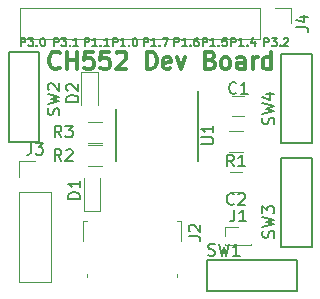
<source format=gbr>
G04 #@! TF.GenerationSoftware,KiCad,Pcbnew,5.0.1*
G04 #@! TF.CreationDate,2019-03-05T21:59:43-06:00*
G04 #@! TF.ProjectId,CH552Devboard,4348353532446576626F6172642E6B69,rev?*
G04 #@! TF.SameCoordinates,Original*
G04 #@! TF.FileFunction,Legend,Top*
G04 #@! TF.FilePolarity,Positive*
%FSLAX46Y46*%
G04 Gerber Fmt 4.6, Leading zero omitted, Abs format (unit mm)*
G04 Created by KiCad (PCBNEW 5.0.1) date Tue 05 Mar 2019 09:59:43 PM CST*
%MOMM*%
%LPD*%
G01*
G04 APERTURE LIST*
%ADD10C,0.300000*%
%ADD11C,0.175000*%
%ADD12C,0.120000*%
%ADD13C,0.150000*%
G04 APERTURE END LIST*
D10*
X160272619Y-103735714D02*
X160203571Y-103807142D01*
X159996428Y-103878571D01*
X159858333Y-103878571D01*
X159651190Y-103807142D01*
X159513095Y-103664285D01*
X159444047Y-103521428D01*
X159375000Y-103235714D01*
X159375000Y-103021428D01*
X159444047Y-102735714D01*
X159513095Y-102592857D01*
X159651190Y-102450000D01*
X159858333Y-102378571D01*
X159996428Y-102378571D01*
X160203571Y-102450000D01*
X160272619Y-102521428D01*
X160894047Y-103878571D02*
X160894047Y-102378571D01*
X160894047Y-103092857D02*
X161722619Y-103092857D01*
X161722619Y-103878571D02*
X161722619Y-102378571D01*
X163103571Y-102378571D02*
X162413095Y-102378571D01*
X162344047Y-103092857D01*
X162413095Y-103021428D01*
X162551190Y-102950000D01*
X162896428Y-102950000D01*
X163034523Y-103021428D01*
X163103571Y-103092857D01*
X163172619Y-103235714D01*
X163172619Y-103592857D01*
X163103571Y-103735714D01*
X163034523Y-103807142D01*
X162896428Y-103878571D01*
X162551190Y-103878571D01*
X162413095Y-103807142D01*
X162344047Y-103735714D01*
X164484523Y-102378571D02*
X163794047Y-102378571D01*
X163725000Y-103092857D01*
X163794047Y-103021428D01*
X163932142Y-102950000D01*
X164277380Y-102950000D01*
X164415476Y-103021428D01*
X164484523Y-103092857D01*
X164553571Y-103235714D01*
X164553571Y-103592857D01*
X164484523Y-103735714D01*
X164415476Y-103807142D01*
X164277380Y-103878571D01*
X163932142Y-103878571D01*
X163794047Y-103807142D01*
X163725000Y-103735714D01*
X165105952Y-102521428D02*
X165175000Y-102450000D01*
X165313095Y-102378571D01*
X165658333Y-102378571D01*
X165796428Y-102450000D01*
X165865476Y-102521428D01*
X165934523Y-102664285D01*
X165934523Y-102807142D01*
X165865476Y-103021428D01*
X165036904Y-103878571D01*
X165934523Y-103878571D01*
X167660714Y-103878571D02*
X167660714Y-102378571D01*
X168005952Y-102378571D01*
X168213095Y-102450000D01*
X168351190Y-102592857D01*
X168420238Y-102735714D01*
X168489285Y-103021428D01*
X168489285Y-103235714D01*
X168420238Y-103521428D01*
X168351190Y-103664285D01*
X168213095Y-103807142D01*
X168005952Y-103878571D01*
X167660714Y-103878571D01*
X169663095Y-103807142D02*
X169525000Y-103878571D01*
X169248809Y-103878571D01*
X169110714Y-103807142D01*
X169041666Y-103664285D01*
X169041666Y-103092857D01*
X169110714Y-102950000D01*
X169248809Y-102878571D01*
X169525000Y-102878571D01*
X169663095Y-102950000D01*
X169732142Y-103092857D01*
X169732142Y-103235714D01*
X169041666Y-103378571D01*
X170215476Y-102878571D02*
X170560714Y-103878571D01*
X170905952Y-102878571D01*
X173046428Y-103092857D02*
X173253571Y-103164285D01*
X173322619Y-103235714D01*
X173391666Y-103378571D01*
X173391666Y-103592857D01*
X173322619Y-103735714D01*
X173253571Y-103807142D01*
X173115476Y-103878571D01*
X172563095Y-103878571D01*
X172563095Y-102378571D01*
X173046428Y-102378571D01*
X173184523Y-102450000D01*
X173253571Y-102521428D01*
X173322619Y-102664285D01*
X173322619Y-102807142D01*
X173253571Y-102950000D01*
X173184523Y-103021428D01*
X173046428Y-103092857D01*
X172563095Y-103092857D01*
X174220238Y-103878571D02*
X174082142Y-103807142D01*
X174013095Y-103735714D01*
X173944047Y-103592857D01*
X173944047Y-103164285D01*
X174013095Y-103021428D01*
X174082142Y-102950000D01*
X174220238Y-102878571D01*
X174427380Y-102878571D01*
X174565476Y-102950000D01*
X174634523Y-103021428D01*
X174703571Y-103164285D01*
X174703571Y-103592857D01*
X174634523Y-103735714D01*
X174565476Y-103807142D01*
X174427380Y-103878571D01*
X174220238Y-103878571D01*
X175946428Y-103878571D02*
X175946428Y-103092857D01*
X175877380Y-102950000D01*
X175739285Y-102878571D01*
X175463095Y-102878571D01*
X175325000Y-102950000D01*
X175946428Y-103807142D02*
X175808333Y-103878571D01*
X175463095Y-103878571D01*
X175325000Y-103807142D01*
X175255952Y-103664285D01*
X175255952Y-103521428D01*
X175325000Y-103378571D01*
X175463095Y-103307142D01*
X175808333Y-103307142D01*
X175946428Y-103235714D01*
X176636904Y-103878571D02*
X176636904Y-102878571D01*
X176636904Y-103164285D02*
X176705952Y-103021428D01*
X176775000Y-102950000D01*
X176913095Y-102878571D01*
X177051190Y-102878571D01*
X178155952Y-103878571D02*
X178155952Y-102378571D01*
X178155952Y-103807142D02*
X178017857Y-103878571D01*
X177741666Y-103878571D01*
X177603571Y-103807142D01*
X177534523Y-103735714D01*
X177465476Y-103592857D01*
X177465476Y-103164285D01*
X177534523Y-103021428D01*
X177603571Y-102950000D01*
X177741666Y-102878571D01*
X178017857Y-102878571D01*
X178155952Y-102950000D01*
D11*
X177583333Y-101916666D02*
X177583333Y-101216666D01*
X177850000Y-101216666D01*
X177916666Y-101250000D01*
X177950000Y-101283333D01*
X177983333Y-101350000D01*
X177983333Y-101450000D01*
X177950000Y-101516666D01*
X177916666Y-101550000D01*
X177850000Y-101583333D01*
X177583333Y-101583333D01*
X178216666Y-101216666D02*
X178650000Y-101216666D01*
X178416666Y-101483333D01*
X178516666Y-101483333D01*
X178583333Y-101516666D01*
X178616666Y-101550000D01*
X178650000Y-101616666D01*
X178650000Y-101783333D01*
X178616666Y-101850000D01*
X178583333Y-101883333D01*
X178516666Y-101916666D01*
X178316666Y-101916666D01*
X178250000Y-101883333D01*
X178216666Y-101850000D01*
X178950000Y-101850000D02*
X178983333Y-101883333D01*
X178950000Y-101916666D01*
X178916666Y-101883333D01*
X178950000Y-101850000D01*
X178950000Y-101916666D01*
X179250000Y-101283333D02*
X179283333Y-101250000D01*
X179350000Y-101216666D01*
X179516666Y-101216666D01*
X179583333Y-101250000D01*
X179616666Y-101283333D01*
X179650000Y-101350000D01*
X179650000Y-101416666D01*
X179616666Y-101516666D01*
X179216666Y-101916666D01*
X179650000Y-101916666D01*
X174783333Y-101916666D02*
X174783333Y-101216666D01*
X175050000Y-101216666D01*
X175116666Y-101250000D01*
X175150000Y-101283333D01*
X175183333Y-101350000D01*
X175183333Y-101450000D01*
X175150000Y-101516666D01*
X175116666Y-101550000D01*
X175050000Y-101583333D01*
X174783333Y-101583333D01*
X175850000Y-101916666D02*
X175450000Y-101916666D01*
X175650000Y-101916666D02*
X175650000Y-101216666D01*
X175583333Y-101316666D01*
X175516666Y-101383333D01*
X175450000Y-101416666D01*
X176150000Y-101850000D02*
X176183333Y-101883333D01*
X176150000Y-101916666D01*
X176116666Y-101883333D01*
X176150000Y-101850000D01*
X176150000Y-101916666D01*
X176783333Y-101450000D02*
X176783333Y-101916666D01*
X176616666Y-101183333D02*
X176450000Y-101683333D01*
X176883333Y-101683333D01*
X172383333Y-101916666D02*
X172383333Y-101216666D01*
X172650000Y-101216666D01*
X172716666Y-101250000D01*
X172750000Y-101283333D01*
X172783333Y-101350000D01*
X172783333Y-101450000D01*
X172750000Y-101516666D01*
X172716666Y-101550000D01*
X172650000Y-101583333D01*
X172383333Y-101583333D01*
X173450000Y-101916666D02*
X173050000Y-101916666D01*
X173250000Y-101916666D02*
X173250000Y-101216666D01*
X173183333Y-101316666D01*
X173116666Y-101383333D01*
X173050000Y-101416666D01*
X173750000Y-101850000D02*
X173783333Y-101883333D01*
X173750000Y-101916666D01*
X173716666Y-101883333D01*
X173750000Y-101850000D01*
X173750000Y-101916666D01*
X174416666Y-101216666D02*
X174083333Y-101216666D01*
X174050000Y-101550000D01*
X174083333Y-101516666D01*
X174150000Y-101483333D01*
X174316666Y-101483333D01*
X174383333Y-101516666D01*
X174416666Y-101550000D01*
X174450000Y-101616666D01*
X174450000Y-101783333D01*
X174416666Y-101850000D01*
X174383333Y-101883333D01*
X174316666Y-101916666D01*
X174150000Y-101916666D01*
X174083333Y-101883333D01*
X174050000Y-101850000D01*
X169983333Y-101916666D02*
X169983333Y-101216666D01*
X170250000Y-101216666D01*
X170316666Y-101250000D01*
X170350000Y-101283333D01*
X170383333Y-101350000D01*
X170383333Y-101450000D01*
X170350000Y-101516666D01*
X170316666Y-101550000D01*
X170250000Y-101583333D01*
X169983333Y-101583333D01*
X171050000Y-101916666D02*
X170650000Y-101916666D01*
X170850000Y-101916666D02*
X170850000Y-101216666D01*
X170783333Y-101316666D01*
X170716666Y-101383333D01*
X170650000Y-101416666D01*
X171350000Y-101850000D02*
X171383333Y-101883333D01*
X171350000Y-101916666D01*
X171316666Y-101883333D01*
X171350000Y-101850000D01*
X171350000Y-101916666D01*
X171983333Y-101216666D02*
X171850000Y-101216666D01*
X171783333Y-101250000D01*
X171750000Y-101283333D01*
X171683333Y-101383333D01*
X171650000Y-101516666D01*
X171650000Y-101783333D01*
X171683333Y-101850000D01*
X171716666Y-101883333D01*
X171783333Y-101916666D01*
X171916666Y-101916666D01*
X171983333Y-101883333D01*
X172016666Y-101850000D01*
X172050000Y-101783333D01*
X172050000Y-101616666D01*
X172016666Y-101550000D01*
X171983333Y-101516666D01*
X171916666Y-101483333D01*
X171783333Y-101483333D01*
X171716666Y-101516666D01*
X171683333Y-101550000D01*
X171650000Y-101616666D01*
X167383333Y-101916666D02*
X167383333Y-101216666D01*
X167650000Y-101216666D01*
X167716666Y-101250000D01*
X167750000Y-101283333D01*
X167783333Y-101350000D01*
X167783333Y-101450000D01*
X167750000Y-101516666D01*
X167716666Y-101550000D01*
X167650000Y-101583333D01*
X167383333Y-101583333D01*
X168450000Y-101916666D02*
X168050000Y-101916666D01*
X168250000Y-101916666D02*
X168250000Y-101216666D01*
X168183333Y-101316666D01*
X168116666Y-101383333D01*
X168050000Y-101416666D01*
X168750000Y-101850000D02*
X168783333Y-101883333D01*
X168750000Y-101916666D01*
X168716666Y-101883333D01*
X168750000Y-101850000D01*
X168750000Y-101916666D01*
X169016666Y-101216666D02*
X169483333Y-101216666D01*
X169183333Y-101916666D01*
X164783333Y-101916666D02*
X164783333Y-101216666D01*
X165050000Y-101216666D01*
X165116666Y-101250000D01*
X165150000Y-101283333D01*
X165183333Y-101350000D01*
X165183333Y-101450000D01*
X165150000Y-101516666D01*
X165116666Y-101550000D01*
X165050000Y-101583333D01*
X164783333Y-101583333D01*
X165850000Y-101916666D02*
X165450000Y-101916666D01*
X165650000Y-101916666D02*
X165650000Y-101216666D01*
X165583333Y-101316666D01*
X165516666Y-101383333D01*
X165450000Y-101416666D01*
X166150000Y-101850000D02*
X166183333Y-101883333D01*
X166150000Y-101916666D01*
X166116666Y-101883333D01*
X166150000Y-101850000D01*
X166150000Y-101916666D01*
X166616666Y-101216666D02*
X166683333Y-101216666D01*
X166750000Y-101250000D01*
X166783333Y-101283333D01*
X166816666Y-101350000D01*
X166850000Y-101483333D01*
X166850000Y-101650000D01*
X166816666Y-101783333D01*
X166783333Y-101850000D01*
X166750000Y-101883333D01*
X166683333Y-101916666D01*
X166616666Y-101916666D01*
X166550000Y-101883333D01*
X166516666Y-101850000D01*
X166483333Y-101783333D01*
X166450000Y-101650000D01*
X166450000Y-101483333D01*
X166483333Y-101350000D01*
X166516666Y-101283333D01*
X166550000Y-101250000D01*
X166616666Y-101216666D01*
X162383333Y-101916666D02*
X162383333Y-101216666D01*
X162650000Y-101216666D01*
X162716666Y-101250000D01*
X162750000Y-101283333D01*
X162783333Y-101350000D01*
X162783333Y-101450000D01*
X162750000Y-101516666D01*
X162716666Y-101550000D01*
X162650000Y-101583333D01*
X162383333Y-101583333D01*
X163450000Y-101916666D02*
X163050000Y-101916666D01*
X163250000Y-101916666D02*
X163250000Y-101216666D01*
X163183333Y-101316666D01*
X163116666Y-101383333D01*
X163050000Y-101416666D01*
X163750000Y-101850000D02*
X163783333Y-101883333D01*
X163750000Y-101916666D01*
X163716666Y-101883333D01*
X163750000Y-101850000D01*
X163750000Y-101916666D01*
X164450000Y-101916666D02*
X164050000Y-101916666D01*
X164250000Y-101916666D02*
X164250000Y-101216666D01*
X164183333Y-101316666D01*
X164116666Y-101383333D01*
X164050000Y-101416666D01*
X159783333Y-101916666D02*
X159783333Y-101216666D01*
X160050000Y-101216666D01*
X160116666Y-101250000D01*
X160150000Y-101283333D01*
X160183333Y-101350000D01*
X160183333Y-101450000D01*
X160150000Y-101516666D01*
X160116666Y-101550000D01*
X160050000Y-101583333D01*
X159783333Y-101583333D01*
X160416666Y-101216666D02*
X160850000Y-101216666D01*
X160616666Y-101483333D01*
X160716666Y-101483333D01*
X160783333Y-101516666D01*
X160816666Y-101550000D01*
X160850000Y-101616666D01*
X160850000Y-101783333D01*
X160816666Y-101850000D01*
X160783333Y-101883333D01*
X160716666Y-101916666D01*
X160516666Y-101916666D01*
X160450000Y-101883333D01*
X160416666Y-101850000D01*
X161150000Y-101850000D02*
X161183333Y-101883333D01*
X161150000Y-101916666D01*
X161116666Y-101883333D01*
X161150000Y-101850000D01*
X161150000Y-101916666D01*
X161850000Y-101916666D02*
X161450000Y-101916666D01*
X161650000Y-101916666D02*
X161650000Y-101216666D01*
X161583333Y-101316666D01*
X161516666Y-101383333D01*
X161450000Y-101416666D01*
X156983333Y-101916666D02*
X156983333Y-101216666D01*
X157250000Y-101216666D01*
X157316666Y-101250000D01*
X157350000Y-101283333D01*
X157383333Y-101350000D01*
X157383333Y-101450000D01*
X157350000Y-101516666D01*
X157316666Y-101550000D01*
X157250000Y-101583333D01*
X156983333Y-101583333D01*
X157616666Y-101216666D02*
X158050000Y-101216666D01*
X157816666Y-101483333D01*
X157916666Y-101483333D01*
X157983333Y-101516666D01*
X158016666Y-101550000D01*
X158050000Y-101616666D01*
X158050000Y-101783333D01*
X158016666Y-101850000D01*
X157983333Y-101883333D01*
X157916666Y-101916666D01*
X157716666Y-101916666D01*
X157650000Y-101883333D01*
X157616666Y-101850000D01*
X158350000Y-101850000D02*
X158383333Y-101883333D01*
X158350000Y-101916666D01*
X158316666Y-101883333D01*
X158350000Y-101850000D01*
X158350000Y-101916666D01*
X158816666Y-101216666D02*
X158883333Y-101216666D01*
X158950000Y-101250000D01*
X158983333Y-101283333D01*
X159016666Y-101350000D01*
X159050000Y-101483333D01*
X159050000Y-101650000D01*
X159016666Y-101783333D01*
X158983333Y-101850000D01*
X158950000Y-101883333D01*
X158883333Y-101916666D01*
X158816666Y-101916666D01*
X158750000Y-101883333D01*
X158716666Y-101850000D01*
X158683333Y-101783333D01*
X158650000Y-101650000D01*
X158650000Y-101483333D01*
X158683333Y-101350000D01*
X158716666Y-101283333D01*
X158750000Y-101250000D01*
X158816666Y-101216666D01*
D12*
G04 #@! TO.C,C1*
X175900000Y-106150000D02*
X174900000Y-106150000D01*
X174900000Y-107850000D02*
X175900000Y-107850000D01*
G04 #@! TO.C,C2*
X175700000Y-112550000D02*
X174700000Y-112550000D01*
X174700000Y-114250000D02*
X175700000Y-114250000D01*
G04 #@! TO.C,D1*
X162300000Y-115900000D02*
X163700000Y-115900000D01*
X163700000Y-115900000D02*
X163700000Y-113100000D01*
X162300000Y-115900000D02*
X162300000Y-113100000D01*
G04 #@! TO.C,D2*
X163500000Y-104100000D02*
X163500000Y-106900000D01*
X162100000Y-104100000D02*
X162100000Y-106900000D01*
X163500000Y-104100000D02*
X162100000Y-104100000D01*
G04 #@! TO.C,J1*
X174290000Y-118760000D02*
X176510000Y-118760000D01*
X174290000Y-118760000D02*
X174290000Y-118695000D01*
X176510000Y-118760000D02*
X176510000Y-118695000D01*
X174290000Y-118760000D02*
X174836529Y-118760000D01*
X175963471Y-118760000D02*
X176510000Y-118760000D01*
X174290000Y-118000000D02*
X174290000Y-117240000D01*
X174290000Y-117240000D02*
X175400000Y-117240000D01*
G04 #@! TO.C,J2*
X170560000Y-116690000D02*
X170180000Y-116690000D01*
X170210000Y-121240000D02*
X170210000Y-121500000D01*
X170560000Y-116690000D02*
X170560000Y-118460000D01*
X162240000Y-116690000D02*
X162620000Y-116690000D01*
X162240000Y-118460000D02*
X162240000Y-116690000D01*
X162590000Y-121500000D02*
X162590000Y-121240000D01*
G04 #@! TO.C,J3*
X156870000Y-121930000D02*
X159530000Y-121930000D01*
X156870000Y-114250000D02*
X156870000Y-121930000D01*
X159530000Y-114250000D02*
X159530000Y-121930000D01*
X156870000Y-114250000D02*
X159530000Y-114250000D01*
X156870000Y-112980000D02*
X156870000Y-111650000D01*
X156870000Y-111650000D02*
X158200000Y-111650000D01*
G04 #@! TO.C,R1*
X174600000Y-109120000D02*
X175800000Y-109120000D01*
X175800000Y-110880000D02*
X174600000Y-110880000D01*
D13*
G04 #@! TO.C,SW3*
X179050000Y-118950000D02*
X179050000Y-111450000D01*
X181650000Y-118950000D02*
X181650000Y-111450000D01*
X179050000Y-111350000D02*
X181650000Y-111350000D01*
X181650000Y-111350000D02*
X181650000Y-111650000D01*
X179050000Y-111350000D02*
X179050000Y-111550000D01*
X179050000Y-118950000D02*
X181650000Y-118950000D01*
G04 #@! TO.C,U1*
X165075000Y-107225000D02*
X165075000Y-111675000D01*
X171975000Y-105700000D02*
X171975000Y-111675000D01*
G04 #@! TO.C,SW1*
X172750000Y-120050000D02*
X180250000Y-120050000D01*
X172750000Y-122650000D02*
X180250000Y-122650000D01*
X180350000Y-120050000D02*
X180350000Y-122650000D01*
X180350000Y-122650000D02*
X180050000Y-122650000D01*
X180350000Y-120050000D02*
X180150000Y-120050000D01*
X172750000Y-120050000D02*
X172750000Y-122650000D01*
G04 #@! TO.C,SW2*
X158550000Y-102450000D02*
X155950000Y-102450000D01*
X158550000Y-110050000D02*
X158550000Y-109850000D01*
X155950000Y-110050000D02*
X155950000Y-109750000D01*
X158550000Y-110050000D02*
X155950000Y-110050000D01*
X155950000Y-102450000D02*
X155950000Y-109950000D01*
X158550000Y-102450000D02*
X158550000Y-109950000D01*
G04 #@! TO.C,SW4*
X179050000Y-110150000D02*
X179050000Y-102650000D01*
X181650000Y-110150000D02*
X181650000Y-102650000D01*
X179050000Y-102550000D02*
X181650000Y-102550000D01*
X181650000Y-102550000D02*
X181650000Y-102850000D01*
X179050000Y-102550000D02*
X179050000Y-102750000D01*
X179050000Y-110150000D02*
X181650000Y-110150000D01*
D12*
G04 #@! TO.C,J4*
X156890000Y-98670000D02*
X156890000Y-101330000D01*
X177270000Y-98670000D02*
X156890000Y-98670000D01*
X177270000Y-101330000D02*
X156890000Y-101330000D01*
X177270000Y-98670000D02*
X177270000Y-101330000D01*
X178540000Y-98670000D02*
X179870000Y-98670000D01*
X179870000Y-98670000D02*
X179870000Y-100000000D01*
G04 #@! TO.C,R2*
X163850000Y-112080000D02*
X162650000Y-112080000D01*
X162650000Y-110320000D02*
X163850000Y-110320000D01*
G04 #@! TO.C,R3*
X162650000Y-108320000D02*
X163850000Y-108320000D01*
X163850000Y-110080000D02*
X162650000Y-110080000D01*
G04 #@! TO.C,C1*
D13*
X175233333Y-105857142D02*
X175185714Y-105904761D01*
X175042857Y-105952380D01*
X174947619Y-105952380D01*
X174804761Y-105904761D01*
X174709523Y-105809523D01*
X174661904Y-105714285D01*
X174614285Y-105523809D01*
X174614285Y-105380952D01*
X174661904Y-105190476D01*
X174709523Y-105095238D01*
X174804761Y-105000000D01*
X174947619Y-104952380D01*
X175042857Y-104952380D01*
X175185714Y-105000000D01*
X175233333Y-105047619D01*
X176185714Y-105952380D02*
X175614285Y-105952380D01*
X175900000Y-105952380D02*
X175900000Y-104952380D01*
X175804761Y-105095238D01*
X175709523Y-105190476D01*
X175614285Y-105238095D01*
G04 #@! TO.C,C2*
X175033333Y-115257142D02*
X174985714Y-115304761D01*
X174842857Y-115352380D01*
X174747619Y-115352380D01*
X174604761Y-115304761D01*
X174509523Y-115209523D01*
X174461904Y-115114285D01*
X174414285Y-114923809D01*
X174414285Y-114780952D01*
X174461904Y-114590476D01*
X174509523Y-114495238D01*
X174604761Y-114400000D01*
X174747619Y-114352380D01*
X174842857Y-114352380D01*
X174985714Y-114400000D01*
X175033333Y-114447619D01*
X175414285Y-114447619D02*
X175461904Y-114400000D01*
X175557142Y-114352380D01*
X175795238Y-114352380D01*
X175890476Y-114400000D01*
X175938095Y-114447619D01*
X175985714Y-114542857D01*
X175985714Y-114638095D01*
X175938095Y-114780952D01*
X175366666Y-115352380D01*
X175985714Y-115352380D01*
G04 #@! TO.C,D1*
X162002380Y-114838095D02*
X161002380Y-114838095D01*
X161002380Y-114600000D01*
X161050000Y-114457142D01*
X161145238Y-114361904D01*
X161240476Y-114314285D01*
X161430952Y-114266666D01*
X161573809Y-114266666D01*
X161764285Y-114314285D01*
X161859523Y-114361904D01*
X161954761Y-114457142D01*
X162002380Y-114600000D01*
X162002380Y-114838095D01*
X162002380Y-113314285D02*
X162002380Y-113885714D01*
X162002380Y-113600000D02*
X161002380Y-113600000D01*
X161145238Y-113695238D01*
X161240476Y-113790476D01*
X161288095Y-113885714D01*
G04 #@! TO.C,D2*
X161852380Y-106638095D02*
X160852380Y-106638095D01*
X160852380Y-106400000D01*
X160900000Y-106257142D01*
X160995238Y-106161904D01*
X161090476Y-106114285D01*
X161280952Y-106066666D01*
X161423809Y-106066666D01*
X161614285Y-106114285D01*
X161709523Y-106161904D01*
X161804761Y-106257142D01*
X161852380Y-106400000D01*
X161852380Y-106638095D01*
X160947619Y-105685714D02*
X160900000Y-105638095D01*
X160852380Y-105542857D01*
X160852380Y-105304761D01*
X160900000Y-105209523D01*
X160947619Y-105161904D01*
X161042857Y-105114285D01*
X161138095Y-105114285D01*
X161280952Y-105161904D01*
X161852380Y-105733333D01*
X161852380Y-105114285D01*
G04 #@! TO.C,J1*
X175066666Y-115757380D02*
X175066666Y-116471666D01*
X175019047Y-116614523D01*
X174923809Y-116709761D01*
X174780952Y-116757380D01*
X174685714Y-116757380D01*
X176066666Y-116757380D02*
X175495238Y-116757380D01*
X175780952Y-116757380D02*
X175780952Y-115757380D01*
X175685714Y-115900238D01*
X175590476Y-115995476D01*
X175495238Y-116043095D01*
G04 #@! TO.C,J2*
X171202380Y-118033333D02*
X171916666Y-118033333D01*
X172059523Y-118080952D01*
X172154761Y-118176190D01*
X172202380Y-118319047D01*
X172202380Y-118414285D01*
X171297619Y-117604761D02*
X171250000Y-117557142D01*
X171202380Y-117461904D01*
X171202380Y-117223809D01*
X171250000Y-117128571D01*
X171297619Y-117080952D01*
X171392857Y-117033333D01*
X171488095Y-117033333D01*
X171630952Y-117080952D01*
X172202380Y-117652380D01*
X172202380Y-117033333D01*
G04 #@! TO.C,J3*
X157866666Y-110102380D02*
X157866666Y-110816666D01*
X157819047Y-110959523D01*
X157723809Y-111054761D01*
X157580952Y-111102380D01*
X157485714Y-111102380D01*
X158247619Y-110102380D02*
X158866666Y-110102380D01*
X158533333Y-110483333D01*
X158676190Y-110483333D01*
X158771428Y-110530952D01*
X158819047Y-110578571D01*
X158866666Y-110673809D01*
X158866666Y-110911904D01*
X158819047Y-111007142D01*
X158771428Y-111054761D01*
X158676190Y-111102380D01*
X158390476Y-111102380D01*
X158295238Y-111054761D01*
X158247619Y-111007142D01*
G04 #@! TO.C,R1*
X175033333Y-112102380D02*
X174700000Y-111626190D01*
X174461904Y-112102380D02*
X174461904Y-111102380D01*
X174842857Y-111102380D01*
X174938095Y-111150000D01*
X174985714Y-111197619D01*
X175033333Y-111292857D01*
X175033333Y-111435714D01*
X174985714Y-111530952D01*
X174938095Y-111578571D01*
X174842857Y-111626190D01*
X174461904Y-111626190D01*
X175985714Y-112102380D02*
X175414285Y-112102380D01*
X175700000Y-112102380D02*
X175700000Y-111102380D01*
X175604761Y-111245238D01*
X175509523Y-111340476D01*
X175414285Y-111388095D01*
G04 #@! TO.C,SW3*
X178404761Y-118133333D02*
X178452380Y-117990476D01*
X178452380Y-117752380D01*
X178404761Y-117657142D01*
X178357142Y-117609523D01*
X178261904Y-117561904D01*
X178166666Y-117561904D01*
X178071428Y-117609523D01*
X178023809Y-117657142D01*
X177976190Y-117752380D01*
X177928571Y-117942857D01*
X177880952Y-118038095D01*
X177833333Y-118085714D01*
X177738095Y-118133333D01*
X177642857Y-118133333D01*
X177547619Y-118085714D01*
X177500000Y-118038095D01*
X177452380Y-117942857D01*
X177452380Y-117704761D01*
X177500000Y-117561904D01*
X177452380Y-117228571D02*
X178452380Y-116990476D01*
X177738095Y-116800000D01*
X178452380Y-116609523D01*
X177452380Y-116371428D01*
X177452380Y-116085714D02*
X177452380Y-115466666D01*
X177833333Y-115800000D01*
X177833333Y-115657142D01*
X177880952Y-115561904D01*
X177928571Y-115514285D01*
X178023809Y-115466666D01*
X178261904Y-115466666D01*
X178357142Y-115514285D01*
X178404761Y-115561904D01*
X178452380Y-115657142D01*
X178452380Y-115942857D01*
X178404761Y-116038095D01*
X178357142Y-116085714D01*
G04 #@! TO.C,U1*
X172277380Y-110211904D02*
X173086904Y-110211904D01*
X173182142Y-110164285D01*
X173229761Y-110116666D01*
X173277380Y-110021428D01*
X173277380Y-109830952D01*
X173229761Y-109735714D01*
X173182142Y-109688095D01*
X173086904Y-109640476D01*
X172277380Y-109640476D01*
X173277380Y-108640476D02*
X173277380Y-109211904D01*
X173277380Y-108926190D02*
X172277380Y-108926190D01*
X172420238Y-109021428D01*
X172515476Y-109116666D01*
X172563095Y-109211904D01*
G04 #@! TO.C,SW1*
X172866666Y-119604761D02*
X173009523Y-119652380D01*
X173247619Y-119652380D01*
X173342857Y-119604761D01*
X173390476Y-119557142D01*
X173438095Y-119461904D01*
X173438095Y-119366666D01*
X173390476Y-119271428D01*
X173342857Y-119223809D01*
X173247619Y-119176190D01*
X173057142Y-119128571D01*
X172961904Y-119080952D01*
X172914285Y-119033333D01*
X172866666Y-118938095D01*
X172866666Y-118842857D01*
X172914285Y-118747619D01*
X172961904Y-118700000D01*
X173057142Y-118652380D01*
X173295238Y-118652380D01*
X173438095Y-118700000D01*
X173771428Y-118652380D02*
X174009523Y-119652380D01*
X174200000Y-118938095D01*
X174390476Y-119652380D01*
X174628571Y-118652380D01*
X175533333Y-119652380D02*
X174961904Y-119652380D01*
X175247619Y-119652380D02*
X175247619Y-118652380D01*
X175152380Y-118795238D01*
X175057142Y-118890476D01*
X174961904Y-118938095D01*
G04 #@! TO.C,SW2*
X160204761Y-107733333D02*
X160252380Y-107590476D01*
X160252380Y-107352380D01*
X160204761Y-107257142D01*
X160157142Y-107209523D01*
X160061904Y-107161904D01*
X159966666Y-107161904D01*
X159871428Y-107209523D01*
X159823809Y-107257142D01*
X159776190Y-107352380D01*
X159728571Y-107542857D01*
X159680952Y-107638095D01*
X159633333Y-107685714D01*
X159538095Y-107733333D01*
X159442857Y-107733333D01*
X159347619Y-107685714D01*
X159300000Y-107638095D01*
X159252380Y-107542857D01*
X159252380Y-107304761D01*
X159300000Y-107161904D01*
X159252380Y-106828571D02*
X160252380Y-106590476D01*
X159538095Y-106400000D01*
X160252380Y-106209523D01*
X159252380Y-105971428D01*
X159347619Y-105638095D02*
X159300000Y-105590476D01*
X159252380Y-105495238D01*
X159252380Y-105257142D01*
X159300000Y-105161904D01*
X159347619Y-105114285D01*
X159442857Y-105066666D01*
X159538095Y-105066666D01*
X159680952Y-105114285D01*
X160252380Y-105685714D01*
X160252380Y-105066666D01*
G04 #@! TO.C,SW4*
X178404761Y-108533333D02*
X178452380Y-108390476D01*
X178452380Y-108152380D01*
X178404761Y-108057142D01*
X178357142Y-108009523D01*
X178261904Y-107961904D01*
X178166666Y-107961904D01*
X178071428Y-108009523D01*
X178023809Y-108057142D01*
X177976190Y-108152380D01*
X177928571Y-108342857D01*
X177880952Y-108438095D01*
X177833333Y-108485714D01*
X177738095Y-108533333D01*
X177642857Y-108533333D01*
X177547619Y-108485714D01*
X177500000Y-108438095D01*
X177452380Y-108342857D01*
X177452380Y-108104761D01*
X177500000Y-107961904D01*
X177452380Y-107628571D02*
X178452380Y-107390476D01*
X177738095Y-107200000D01*
X178452380Y-107009523D01*
X177452380Y-106771428D01*
X177785714Y-105961904D02*
X178452380Y-105961904D01*
X177404761Y-106200000D02*
X178119047Y-106438095D01*
X178119047Y-105819047D01*
G04 #@! TO.C,J4*
X180322380Y-100333333D02*
X181036666Y-100333333D01*
X181179523Y-100380952D01*
X181274761Y-100476190D01*
X181322380Y-100619047D01*
X181322380Y-100714285D01*
X180655714Y-99428571D02*
X181322380Y-99428571D01*
X180274761Y-99666666D02*
X180989047Y-99904761D01*
X180989047Y-99285714D01*
G04 #@! TO.C,R2*
X160433333Y-111652380D02*
X160100000Y-111176190D01*
X159861904Y-111652380D02*
X159861904Y-110652380D01*
X160242857Y-110652380D01*
X160338095Y-110700000D01*
X160385714Y-110747619D01*
X160433333Y-110842857D01*
X160433333Y-110985714D01*
X160385714Y-111080952D01*
X160338095Y-111128571D01*
X160242857Y-111176190D01*
X159861904Y-111176190D01*
X160814285Y-110747619D02*
X160861904Y-110700000D01*
X160957142Y-110652380D01*
X161195238Y-110652380D01*
X161290476Y-110700000D01*
X161338095Y-110747619D01*
X161385714Y-110842857D01*
X161385714Y-110938095D01*
X161338095Y-111080952D01*
X160766666Y-111652380D01*
X161385714Y-111652380D01*
G04 #@! TO.C,R3*
X160433333Y-109652380D02*
X160100000Y-109176190D01*
X159861904Y-109652380D02*
X159861904Y-108652380D01*
X160242857Y-108652380D01*
X160338095Y-108700000D01*
X160385714Y-108747619D01*
X160433333Y-108842857D01*
X160433333Y-108985714D01*
X160385714Y-109080952D01*
X160338095Y-109128571D01*
X160242857Y-109176190D01*
X159861904Y-109176190D01*
X160766666Y-108652380D02*
X161385714Y-108652380D01*
X161052380Y-109033333D01*
X161195238Y-109033333D01*
X161290476Y-109080952D01*
X161338095Y-109128571D01*
X161385714Y-109223809D01*
X161385714Y-109461904D01*
X161338095Y-109557142D01*
X161290476Y-109604761D01*
X161195238Y-109652380D01*
X160909523Y-109652380D01*
X160814285Y-109604761D01*
X160766666Y-109557142D01*
G04 #@! TD*
M02*

</source>
